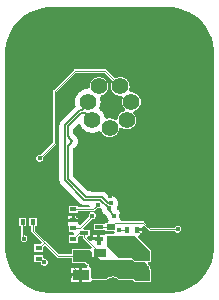
<source format=gbl>
G04*
G04 #@! TF.GenerationSoftware,Altium Limited,Altium Designer,22.7.1 (60)*
G04*
G04 Layer_Physical_Order=2*
G04 Layer_Color=16711680*
%FSLAX44Y44*%
%MOMM*%
G71*
G04*
G04 #@! TF.SameCoordinates,97EA9571-4948-4CBB-981D-70F8AE3DB673*
G04*
G04*
G04 #@! TF.FilePolarity,Positive*
G04*
G01*
G75*
%ADD12R,0.5500X0.4500*%
%ADD28C,0.1016*%
%ADD29C,0.1500*%
%ADD30C,0.2000*%
G04:AMPARAMS|DCode=31|XSize=5mm|YSize=2mm|CornerRadius=0.5mm|HoleSize=0mm|Usage=FLASHONLY|Rotation=270.000|XOffset=0mm|YOffset=0mm|HoleType=Round|Shape=RoundedRectangle|*
%AMROUNDEDRECTD31*
21,1,5.0000,1.0000,0,0,270.0*
21,1,4.0000,2.0000,0,0,270.0*
1,1,1.0000,-0.5000,-2.0000*
1,1,1.0000,-0.5000,2.0000*
1,1,1.0000,0.5000,2.0000*
1,1,1.0000,0.5000,-2.0000*
%
%ADD31ROUNDEDRECTD31*%
G04:AMPARAMS|DCode=32|XSize=4mm|YSize=2mm|CornerRadius=0.5mm|HoleSize=0mm|Usage=FLASHONLY|Rotation=0.000|XOffset=0mm|YOffset=0mm|HoleType=Round|Shape=RoundedRectangle|*
%AMROUNDEDRECTD32*
21,1,4.0000,1.0000,0,0,0.0*
21,1,3.0000,2.0000,0,0,0.0*
1,1,1.0000,1.5000,-0.5000*
1,1,1.0000,-1.5000,-0.5000*
1,1,1.0000,-1.5000,0.5000*
1,1,1.0000,1.5000,0.5000*
%
%ADD32ROUNDEDRECTD32*%
%ADD33C,1.4000*%
%ADD34O,1.1000X1.9000*%
%ADD35O,1.1000X2.4000*%
%ADD36C,0.4060*%
%ADD37R,0.4500X0.5500*%
%ADD38R,0.6500X0.5500*%
%ADD39R,0.7100X0.3000*%
%ADD40R,1.3000X0.8500*%
%ADD41R,1.3500X0.9500*%
%ADD42R,1.0600X0.6500*%
G36*
X50000Y83377D02*
X50001Y83377D01*
X50003Y83377D01*
X52512Y83381D01*
X57499Y82725D01*
X62359Y81422D01*
X67007Y79497D01*
X71364Y76981D01*
X75356Y73918D01*
X78914Y70361D01*
X81977Y66369D01*
X84492Y62012D01*
X86418Y57364D01*
X87720Y52504D01*
X88377Y47516D01*
Y45000D01*
Y-119995D01*
X88377Y-119997D01*
X88377Y-119998D01*
X88381Y-122512D01*
X87725Y-127499D01*
X86422Y-132359D01*
X84497Y-137007D01*
X81981Y-141364D01*
X78918Y-145356D01*
X75361Y-148914D01*
X71369Y-151977D01*
X67012Y-154492D01*
X62364Y-156418D01*
X57504Y-157720D01*
X52516Y-158377D01*
X-52516D01*
X-57504Y-157720D01*
X-62364Y-156418D01*
X-67012Y-154492D01*
X-71369Y-151977D01*
X-75361Y-148914D01*
X-78918Y-145356D01*
X-81981Y-141364D01*
X-84497Y-137007D01*
X-86422Y-132359D01*
X-87725Y-127499D01*
X-88381Y-122511D01*
Y-119995D01*
X-88377Y45000D01*
Y47516D01*
X-87720Y52504D01*
X-86418Y57364D01*
X-84492Y62012D01*
X-81977Y66369D01*
X-78914Y70361D01*
X-75356Y73918D01*
X-71364Y76982D01*
X-67007Y79497D01*
X-62359Y81422D01*
X-57499Y82725D01*
X-52511Y83381D01*
X-49995D01*
X50000Y83377D01*
D02*
G37*
%LPC*%
G36*
X-3500Y30904D02*
X-29250D01*
X-29524Y30877D01*
X-29787Y30797D01*
X-30030Y30667D01*
X-30243Y30493D01*
X-47368Y13368D01*
X-47542Y13155D01*
X-47672Y12912D01*
X-47752Y12649D01*
X-47779Y12375D01*
Y-31044D01*
X-58432Y-41697D01*
X-58566Y-41653D01*
X-59020Y-41581D01*
X-59480D01*
X-59934Y-41653D01*
X-60370Y-41795D01*
X-60780Y-42003D01*
X-61152Y-42274D01*
X-61476Y-42598D01*
X-61747Y-42970D01*
X-61955Y-43380D01*
X-62097Y-43816D01*
X-62169Y-44270D01*
Y-44730D01*
X-62097Y-45184D01*
X-61955Y-45620D01*
X-61747Y-46030D01*
X-61476Y-46402D01*
X-61152Y-46726D01*
X-60780Y-46997D01*
X-60370Y-47205D01*
X-59934Y-47347D01*
X-59480Y-47419D01*
X-59020D01*
X-58566Y-47347D01*
X-58130Y-47205D01*
X-57720Y-46997D01*
X-57348Y-46726D01*
X-57024Y-46402D01*
X-56754Y-46030D01*
X-56545Y-45620D01*
X-56403Y-45184D01*
X-56331Y-44730D01*
Y-44270D01*
X-56403Y-43816D01*
X-56447Y-43682D01*
X-45382Y-32618D01*
X-45208Y-32405D01*
X-45078Y-32162D01*
X-44998Y-31899D01*
X-44971Y-31625D01*
Y11794D01*
X-28668Y28096D01*
X-4081D01*
X2725Y21290D01*
X2656Y21205D01*
X2225Y20561D01*
X1860Y19877D01*
X1563Y19161D01*
X1338Y18419D01*
X1187Y17659D01*
X1111Y16888D01*
Y16112D01*
X1187Y15341D01*
X1338Y14581D01*
X1563Y13839D01*
X1860Y13123D01*
X2225Y12439D01*
X2656Y11795D01*
X3148Y11196D01*
X3696Y10648D01*
X4295Y10156D01*
X4939Y9725D01*
X5623Y9360D01*
X6339Y9063D01*
X7081Y8838D01*
X7841Y8687D01*
X8612Y8611D01*
X9388D01*
X10066Y8678D01*
X10319Y8507D01*
X11387Y6929D01*
X11360Y6877D01*
X11063Y6161D01*
X10838Y5419D01*
X10687Y4659D01*
X10611Y3887D01*
Y3112D01*
X10687Y2341D01*
X10838Y1581D01*
X11063Y839D01*
X11360Y123D01*
X11725Y-561D01*
X12156Y-1205D01*
X12648Y-1804D01*
X13076Y-2233D01*
X13092Y-2348D01*
X13066Y-2772D01*
X12679Y-4020D01*
X12495Y-4364D01*
X11839Y-4563D01*
X11123Y-4860D01*
X10439Y-5225D01*
X9795Y-5656D01*
X9196Y-6148D01*
X8648Y-6696D01*
X8156Y-7295D01*
X7725Y-7939D01*
X7360Y-8623D01*
X7063Y-9339D01*
X6838Y-10081D01*
X6687Y-10841D01*
X6651Y-11205D01*
X6579Y-11283D01*
X5570Y-11896D01*
X4611Y-12093D01*
X4061Y-11725D01*
X3377Y-11360D01*
X2661Y-11063D01*
X1919Y-10838D01*
X1159Y-10687D01*
X388Y-10611D01*
X-388D01*
X-1159Y-10687D01*
X-1745Y-10804D01*
X-2012Y-10793D01*
X-3183Y-10230D01*
X-3571Y-9963D01*
X-3995Y-9451D01*
X-4088Y-9064D01*
X-4350Y-8256D01*
X-4675Y-7471D01*
X-5061Y-6714D01*
X-5505Y-5990D01*
X-6004Y-5303D01*
X-6556Y-4656D01*
X-7157Y-4056D01*
X-7802Y-3504D01*
X-8490Y-3005D01*
X-9061Y-1786D01*
X-8675Y-1029D01*
X-8350Y-244D01*
X-8088Y564D01*
X-7890Y1390D01*
X-7757Y2228D01*
X-7690Y3075D01*
Y3925D01*
X-7757Y4771D01*
X-7890Y5610D01*
X-8088Y6436D01*
X-8156Y6646D01*
X-8071Y7197D01*
X-7509Y8301D01*
X-7211Y8675D01*
X-6942Y8871D01*
X-6890Y8896D01*
X-6339Y9063D01*
X-5623Y9360D01*
X-4939Y9725D01*
X-4295Y10156D01*
X-3696Y10648D01*
X-3148Y11196D01*
X-2656Y11795D01*
X-2225Y12439D01*
X-1860Y13123D01*
X-1563Y13839D01*
X-1338Y14581D01*
X-1187Y15341D01*
X-1111Y16112D01*
Y16888D01*
X-1187Y17659D01*
X-1338Y18419D01*
X-1563Y19161D01*
X-1860Y19877D01*
X-2225Y20561D01*
X-2656Y21205D01*
X-3148Y21804D01*
X-3696Y22352D01*
X-4295Y22844D01*
X-4939Y23275D01*
X-5623Y23640D01*
X-6339Y23937D01*
X-7081Y24162D01*
X-7841Y24313D01*
X-8612Y24389D01*
X-9388D01*
X-10159Y24313D01*
X-10919Y24162D01*
X-11661Y23937D01*
X-12377Y23640D01*
X-13061Y23275D01*
X-13705Y22844D01*
X-14304Y22352D01*
X-14852Y21804D01*
X-15344Y21205D01*
X-15775Y20561D01*
X-16140Y19877D01*
X-16437Y19161D01*
X-16662Y18419D01*
X-16813Y17659D01*
X-16889Y16888D01*
Y16214D01*
X-16909Y16082D01*
X-17535Y15131D01*
X-17983Y14683D01*
X-18647Y14310D01*
X-18925D01*
X-19771Y14243D01*
X-20610Y14110D01*
X-21437Y13912D01*
X-22244Y13650D01*
X-23029Y13325D01*
X-23786Y12939D01*
X-24510Y12495D01*
X-25198Y11996D01*
X-25844Y11444D01*
X-26444Y10843D01*
X-26996Y10197D01*
X-27495Y9510D01*
X-27939Y8786D01*
X-28325Y8029D01*
X-28650Y7244D01*
X-28912Y6436D01*
X-29110Y5610D01*
X-29243Y4771D01*
X-29310Y3925D01*
Y3075D01*
X-29243Y2228D01*
X-29110Y1390D01*
X-28912Y564D01*
X-28650Y-244D01*
X-28535Y-521D01*
X-41231Y-13218D01*
X-41625Y-13667D01*
X-41958Y-14164D01*
X-42222Y-14700D01*
X-42414Y-15266D01*
X-42531Y-15852D01*
X-42570Y-16449D01*
Y-62785D01*
X-42531Y-63382D01*
X-42414Y-63968D01*
X-42222Y-64534D01*
X-41958Y-65070D01*
X-41625Y-65567D01*
X-41231Y-66017D01*
X-24517Y-82731D01*
X-24067Y-83125D01*
X-23570Y-83457D01*
X-23034Y-83722D01*
X-22468Y-83914D01*
X-21882Y-84031D01*
X-21285Y-84070D01*
X-17510D01*
X-16441Y-86070D01*
X-16459Y-86096D01*
X-27111D01*
Y-84611D01*
X-34389D01*
Y-90889D01*
X-27111D01*
Y-88904D01*
X-17231D01*
X-16581Y-90369D01*
X-16532Y-90904D01*
X-16726Y-91098D01*
X-16997Y-91470D01*
X-17205Y-91880D01*
X-17347Y-92317D01*
X-17419Y-92770D01*
Y-93230D01*
X-17347Y-93684D01*
X-17303Y-93818D01*
X-24767Y-101282D01*
X-26460Y-100146D01*
X-26460Y-98881D01*
Y-98020D01*
X-35040D01*
Y-100540D01*
X-34389Y-102270D01*
Y-106889D01*
X-31240D01*
X-30218Y-108889D01*
X-30740Y-109611D01*
X-34389D01*
Y-115889D01*
X-27111D01*
Y-111341D01*
X-25789Y-109889D01*
X-22754D01*
Y-111400D01*
X-22727Y-111674D01*
X-22647Y-111937D01*
X-22517Y-112180D01*
X-22343Y-112393D01*
X-15266Y-119470D01*
X-15878Y-121388D01*
X-16033Y-121554D01*
X-16611Y-121611D01*
X-16689Y-121611D01*
X-31889D01*
Y-125846D01*
X-43169D01*
X-54632Y-114382D01*
X-63346Y-105668D01*
Y-102139D01*
X-61611D01*
Y-94861D01*
X-67889D01*
Y-102139D01*
X-66154D01*
Y-106250D01*
X-66127Y-106524D01*
X-66047Y-106787D01*
X-65917Y-107030D01*
X-65743Y-107243D01*
X-57235Y-115750D01*
X-58846Y-117361D01*
X-63639D01*
Y-123639D01*
X-56361D01*
Y-119453D01*
X-54518Y-118467D01*
X-44743Y-128243D01*
X-44530Y-128417D01*
X-44287Y-128547D01*
X-44024Y-128627D01*
X-43750Y-128654D01*
X-31889D01*
Y-132889D01*
X-20596D01*
X-18743Y-134743D01*
X-18530Y-134917D01*
X-18450Y-134960D01*
X-18375Y-135165D01*
X-19275Y-136960D01*
X-22980D01*
Y-143250D01*
Y-149540D01*
X-15960D01*
Y-148862D01*
X-14689Y-147389D01*
X-13960Y-147389D01*
X-2311D01*
Y-147343D01*
X-1933Y-146823D01*
X-1754Y-146684D01*
X-311Y-145906D01*
X-230Y-145919D01*
X230D01*
X684Y-145847D01*
X1120Y-145705D01*
X1530Y-145497D01*
X1964Y-145212D01*
X2750Y-145026D01*
X3536Y-145212D01*
X3970Y-145497D01*
X4379Y-145705D01*
X4816Y-145847D01*
X5270Y-145919D01*
X5730D01*
X5869Y-146042D01*
X7311Y-147389D01*
X7311Y-147389D01*
X7311Y-147389D01*
X19689D01*
X20611Y-149007D01*
Y-149389D01*
X35389D01*
Y-139111D01*
X35389D01*
X34419Y-137480D01*
Y-137020D01*
X34347Y-136566D01*
X34205Y-136130D01*
X33997Y-135720D01*
X33726Y-135348D01*
X33402Y-135023D01*
X33030Y-134754D01*
X32771Y-134622D01*
X32683Y-134577D01*
X32624Y-134213D01*
X32645Y-132470D01*
X32753Y-132389D01*
X35389D01*
Y-122111D01*
X34628D01*
X34616Y-122018D01*
X34527Y-121802D01*
X34384Y-121616D01*
X24058Y-111290D01*
X24887Y-109290D01*
X27290D01*
Y-106270D01*
X23500D01*
Y-103730D01*
X27290D01*
Y-102604D01*
X29290Y-101775D01*
X33007Y-105493D01*
X33220Y-105667D01*
X33463Y-105797D01*
X33726Y-105877D01*
X34000Y-105904D01*
X55189D01*
X55253Y-106030D01*
X55524Y-106402D01*
X55848Y-106727D01*
X56220Y-106996D01*
X56630Y-107205D01*
X57066Y-107347D01*
X57520Y-107419D01*
X57980D01*
X58433Y-107347D01*
X58871Y-107205D01*
X59280Y-106996D01*
X59652Y-106727D01*
X59977Y-106402D01*
X60247Y-106030D01*
X60455Y-105620D01*
X60597Y-105183D01*
X60669Y-104730D01*
Y-104270D01*
X60597Y-103816D01*
X60455Y-103379D01*
X60247Y-102970D01*
X59977Y-102598D01*
X59652Y-102274D01*
X59280Y-102003D01*
X58871Y-101795D01*
X58433Y-101653D01*
X57980Y-101581D01*
X57520D01*
X57066Y-101653D01*
X56630Y-101795D01*
X56220Y-102003D01*
X55848Y-102274D01*
X55524Y-102598D01*
X55253Y-102970D01*
X55189Y-103096D01*
X34581D01*
X29493Y-98007D01*
X29280Y-97833D01*
X29037Y-97703D01*
X28774Y-97623D01*
X28500Y-97596D01*
X10067D01*
X9774Y-97348D01*
X9172Y-96259D01*
X8962Y-95596D01*
X9174Y-95157D01*
X9390Y-94538D01*
X9536Y-93899D01*
X9610Y-93247D01*
Y-92591D01*
X9536Y-91939D01*
X9390Y-91300D01*
X9174Y-90681D01*
X8889Y-90090D01*
X8540Y-89534D01*
X8131Y-89021D01*
X7667Y-88558D01*
X7154Y-88149D01*
X6599Y-87800D01*
X6406Y-87528D01*
X6018Y-86211D01*
X6024Y-85412D01*
X6209Y-85118D01*
X6494Y-84527D01*
X6710Y-83908D01*
X6856Y-83269D01*
X6930Y-82617D01*
Y-81961D01*
X6856Y-81309D01*
X6710Y-80670D01*
X6494Y-80050D01*
X6209Y-79460D01*
X5860Y-78904D01*
X5451Y-78391D01*
X4987Y-77927D01*
X4474Y-77519D01*
X3919Y-77169D01*
X3328Y-76885D01*
X2709Y-76668D01*
X2069Y-76522D01*
X1418Y-76449D01*
X762D01*
X110Y-76522D01*
X-530Y-76668D01*
X-571Y-76683D01*
X-3485Y-73769D01*
X-3935Y-73375D01*
X-4432Y-73042D01*
X-4968Y-72778D01*
X-5534Y-72586D01*
X-6120Y-72469D01*
X-6717Y-72430D01*
X-18357D01*
X-30930Y-59857D01*
Y-38750D01*
Y-35993D01*
X-30374Y-35730D01*
X-29820Y-35398D01*
X-29300Y-35012D01*
X-28821Y-34578D01*
X-28387Y-34099D01*
X-28002Y-33580D01*
X-27670Y-33025D01*
X-27393Y-32441D01*
X-27176Y-31832D01*
X-27018Y-31205D01*
X-26924Y-30566D01*
X-26897Y-30033D01*
X-26890Y-29920D01*
X-26897Y-29807D01*
X-26924Y-29274D01*
X-27018Y-28635D01*
X-27176Y-28008D01*
X-27393Y-27399D01*
X-27670Y-26814D01*
X-28002Y-26260D01*
X-28387Y-25741D01*
X-28821Y-25261D01*
X-29300Y-24827D01*
X-29820Y-24442D01*
X-30374Y-24110D01*
X-30930Y-23847D01*
Y-19377D01*
X-26876Y-15323D01*
X-26628Y-15274D01*
X-24650Y-15744D01*
X-24325Y-16529D01*
X-23939Y-17286D01*
X-23495Y-18010D01*
X-22996Y-18698D01*
X-22444Y-19344D01*
X-21844Y-19944D01*
X-21198Y-20496D01*
X-20510Y-20995D01*
X-19786Y-21439D01*
X-19029Y-21825D01*
X-18244Y-22150D01*
X-17436Y-22412D01*
X-16610Y-22610D01*
X-15771Y-22743D01*
X-14925Y-22810D01*
X-14075D01*
X-13228Y-22743D01*
X-12390Y-22610D01*
X-11564Y-22412D01*
X-10756Y-22150D01*
X-9971Y-21825D01*
X-9412Y-21540D01*
X-9058Y-21472D01*
X-8245Y-21644D01*
X-7267Y-22015D01*
X-6905Y-22316D01*
X-6775Y-22561D01*
X-6344Y-23205D01*
X-5852Y-23804D01*
X-5304Y-24352D01*
X-4705Y-24844D01*
X-4061Y-25275D01*
X-3377Y-25640D01*
X-2661Y-25937D01*
X-1919Y-26162D01*
X-1159Y-26313D01*
X-388Y-26389D01*
X388D01*
X1159Y-26313D01*
X1919Y-26162D01*
X2661Y-25937D01*
X3377Y-25640D01*
X4061Y-25275D01*
X4705Y-24844D01*
X5304Y-24352D01*
X5852Y-23804D01*
X6344Y-23205D01*
X6775Y-22561D01*
X7140Y-21877D01*
X7437Y-21161D01*
X7662Y-20419D01*
X7813Y-19659D01*
X7849Y-19295D01*
X7921Y-19217D01*
X8930Y-18604D01*
X9889Y-18407D01*
X10439Y-18775D01*
X11123Y-19140D01*
X11839Y-19437D01*
X12581Y-19662D01*
X13341Y-19813D01*
X14112Y-19889D01*
X14887D01*
X15659Y-19813D01*
X16419Y-19662D01*
X17161Y-19437D01*
X17877Y-19140D01*
X18561Y-18775D01*
X19205Y-18344D01*
X19804Y-17852D01*
X20352Y-17304D01*
X20844Y-16705D01*
X21275Y-16061D01*
X21640Y-15377D01*
X21937Y-14661D01*
X22162Y-13919D01*
X22313Y-13159D01*
X22389Y-12388D01*
Y-11612D01*
X22313Y-10841D01*
X22162Y-10081D01*
X21937Y-9339D01*
X21640Y-8623D01*
X21275Y-7939D01*
X20844Y-7295D01*
X20352Y-6696D01*
X19923Y-6267D01*
X19908Y-6152D01*
X19934Y-5728D01*
X20321Y-4480D01*
X20505Y-4136D01*
X21161Y-3937D01*
X21877Y-3640D01*
X22561Y-3275D01*
X23205Y-2844D01*
X23804Y-2352D01*
X24352Y-1804D01*
X24844Y-1205D01*
X25275Y-561D01*
X25640Y123D01*
X25937Y839D01*
X26162Y1581D01*
X26313Y2341D01*
X26389Y3112D01*
Y3887D01*
X26313Y4659D01*
X26162Y5419D01*
X25937Y6161D01*
X25640Y6877D01*
X25275Y7561D01*
X24844Y8205D01*
X24352Y8804D01*
X23804Y9352D01*
X23205Y9844D01*
X22561Y10275D01*
X21877Y10640D01*
X21161Y10937D01*
X20419Y11162D01*
X19659Y11313D01*
X18887Y11389D01*
X18112D01*
X17434Y11322D01*
X17181Y11493D01*
X16113Y13071D01*
X16140Y13123D01*
X16437Y13839D01*
X16662Y14581D01*
X16813Y15341D01*
X16889Y16112D01*
Y16888D01*
X16813Y17659D01*
X16662Y18419D01*
X16437Y19161D01*
X16140Y19877D01*
X15775Y20561D01*
X15344Y21205D01*
X14852Y21804D01*
X14304Y22352D01*
X13705Y22844D01*
X13061Y23275D01*
X12377Y23640D01*
X11661Y23937D01*
X10919Y24162D01*
X10159Y24313D01*
X9388Y24389D01*
X8612D01*
X7841Y24313D01*
X7081Y24162D01*
X6339Y23937D01*
X5623Y23640D01*
X4939Y23275D01*
X4802Y23183D01*
X-2507Y30493D01*
X-2720Y30667D01*
X-2963Y30797D01*
X-3226Y30877D01*
X-3500Y30904D01*
D02*
G37*
G36*
X-26460Y-92960D02*
X-29480D01*
Y-95480D01*
X-26460D01*
Y-92960D01*
D02*
G37*
G36*
X-32020D02*
X-35040D01*
Y-95480D01*
X-32020D01*
Y-92960D01*
D02*
G37*
G36*
X-70611Y-94861D02*
X-76889D01*
Y-102139D01*
X-75154D01*
Y-111250D01*
X-75151Y-111274D01*
X-75205Y-111379D01*
X-75347Y-111817D01*
X-75419Y-112270D01*
Y-112730D01*
X-75347Y-113183D01*
X-75205Y-113621D01*
X-74997Y-114030D01*
X-74727Y-114402D01*
X-74402Y-114726D01*
X-74030Y-114997D01*
X-73621Y-115205D01*
X-73183Y-115347D01*
X-72730Y-115419D01*
X-72270D01*
X-71817Y-115347D01*
X-71379Y-115205D01*
X-70970Y-114997D01*
X-70598Y-114726D01*
X-70273Y-114402D01*
X-70003Y-114030D01*
X-69795Y-113621D01*
X-69653Y-113183D01*
X-69581Y-112730D01*
Y-112270D01*
X-69653Y-111817D01*
X-69795Y-111379D01*
X-70003Y-110970D01*
X-70273Y-110598D01*
X-70598Y-110274D01*
X-70970Y-110003D01*
X-71379Y-109795D01*
X-71817Y-109653D01*
X-72270Y-109581D01*
X-72346D01*
Y-102139D01*
X-70611D01*
Y-94861D01*
D02*
G37*
G36*
X-56361Y-126361D02*
X-63639D01*
Y-132639D01*
X-58169D01*
Y-132730D01*
X-58097Y-133183D01*
X-57955Y-133621D01*
X-57747Y-134030D01*
X-57477Y-134402D01*
X-57152Y-134726D01*
X-56780Y-134997D01*
X-56371Y-135205D01*
X-55933Y-135347D01*
X-55480Y-135419D01*
X-55020D01*
X-54566Y-135347D01*
X-54130Y-135205D01*
X-53720Y-134997D01*
X-53348Y-134726D01*
X-53024Y-134402D01*
X-52754Y-134030D01*
X-52545Y-133621D01*
X-52403Y-133183D01*
X-52331Y-132730D01*
Y-132270D01*
X-52403Y-131816D01*
X-52545Y-131379D01*
X-52754Y-130970D01*
X-53024Y-130598D01*
X-53348Y-130274D01*
X-53720Y-130003D01*
X-54130Y-129795D01*
X-54566Y-129653D01*
X-55020Y-129581D01*
X-55480D01*
X-56361Y-127748D01*
Y-126361D01*
D02*
G37*
G36*
X-25520Y-136960D02*
X-32540D01*
Y-141980D01*
X-25520D01*
Y-136960D01*
D02*
G37*
G36*
Y-144520D02*
X-32540D01*
Y-149540D01*
X-25520D01*
Y-144520D01*
D02*
G37*
%LPD*%
G36*
X-8281Y-86265D02*
X-8096Y-86370D01*
X-6662Y-87369D01*
X-6611Y-87824D01*
X-6465Y-88464D01*
X-6248Y-89083D01*
X-5964Y-89674D01*
X-5615Y-90229D01*
X-5206Y-90742D01*
X-4742Y-91206D01*
X-4229Y-91615D01*
X-3674Y-91964D01*
X-3625Y-91987D01*
X-2033Y-93579D01*
X-1997Y-93899D01*
X-1851Y-94538D01*
X-1634Y-95157D01*
X-1350Y-95748D01*
X-1001Y-96304D01*
X-592Y-96817D01*
X-547Y-96861D01*
X-1008Y-98416D01*
X-1354Y-98861D01*
X-3139D01*
Y-99078D01*
X-4711Y-100111D01*
X-13589D01*
Y-104889D01*
X-4711D01*
X-3139Y-105922D01*
Y-106139D01*
X4124Y-106139D01*
X4132Y-106145D01*
X4489Y-106861D01*
X3252Y-108861D01*
X-3139Y-108861D01*
X-4891Y-109460D01*
X-7880D01*
Y-112500D01*
X-9150D01*
Y-113770D01*
X-14418D01*
X-16240Y-114525D01*
X-18876Y-111889D01*
X-18047Y-109889D01*
X-16911D01*
Y-105111D01*
X-21797D01*
X-22626Y-103111D01*
X-15318Y-95803D01*
X-15184Y-95847D01*
X-14730Y-95919D01*
X-14270D01*
X-13816Y-95847D01*
X-13379Y-95705D01*
X-12970Y-95497D01*
X-12598Y-95226D01*
X-12273Y-94902D01*
X-12004Y-94530D01*
X-11795Y-94121D01*
X-11653Y-93684D01*
X-11581Y-93230D01*
Y-92770D01*
X-11653Y-92317D01*
X-11795Y-91880D01*
X-12004Y-91470D01*
X-12273Y-91098D01*
X-12598Y-90773D01*
X-12669Y-90722D01*
X-12862Y-90038D01*
X-12887Y-89721D01*
X-12757Y-88493D01*
X-11068Y-86803D01*
X-10934Y-86847D01*
X-10480Y-86919D01*
X-10020D01*
X-9567Y-86847D01*
X-9129Y-86705D01*
X-8720Y-86497D01*
X-8353Y-86230D01*
X-8281Y-86265D01*
D02*
G37*
G36*
X-14739Y-123826D02*
X-14689Y-123888D01*
Y-128389D01*
X-9861D01*
X-7750Y-130500D01*
X19732D01*
X20611Y-131379D01*
Y-132389D01*
X30299D01*
X31732Y-133833D01*
X31728Y-134202D01*
X31737Y-134278D01*
X31739Y-134355D01*
X31798Y-134720D01*
X31818Y-134786D01*
X31830Y-134854D01*
X31851Y-134897D01*
X31865Y-134944D01*
X31901Y-135003D01*
X31931Y-135065D01*
X31963Y-135102D01*
X31988Y-135143D01*
X32038Y-135190D01*
X32083Y-135243D01*
X32123Y-135271D01*
X32158Y-135304D01*
X32219Y-135336D01*
X32276Y-135376D01*
X32364Y-135421D01*
X32364Y-135421D01*
X32560Y-135520D01*
X32817Y-135708D01*
X33043Y-135933D01*
X33230Y-136190D01*
X33374Y-136474D01*
X33472Y-136777D01*
X33522Y-137091D01*
Y-137480D01*
X33523Y-137486D01*
X33522Y-137491D01*
X33538Y-137601D01*
X33553Y-137712D01*
X33555Y-137717D01*
X33556Y-137723D01*
X33600Y-137825D01*
X33642Y-137928D01*
X33646Y-137933D01*
X33648Y-137938D01*
X34492Y-139357D01*
Y-148492D01*
X21350D01*
X20468Y-146945D01*
X20466Y-146943D01*
X20466Y-146941D01*
X20397Y-146852D01*
X20327Y-146758D01*
X20324Y-146757D01*
X20323Y-146755D01*
X20233Y-146686D01*
X20142Y-146615D01*
X20139Y-146614D01*
X20137Y-146612D01*
X20030Y-146568D01*
X19926Y-146524D01*
X19923Y-146524D01*
X19921Y-146523D01*
X19805Y-146508D01*
X19694Y-146492D01*
X19692Y-146493D01*
X19689Y-146492D01*
X7664D01*
X6481Y-145387D01*
X6471Y-145380D01*
X6464Y-145372D01*
X6325Y-145248D01*
X6250Y-145198D01*
X6178Y-145142D01*
X6153Y-145132D01*
X6131Y-145117D01*
X6046Y-145087D01*
X5962Y-145053D01*
X5935Y-145049D01*
X5910Y-145041D01*
X5820Y-145034D01*
X5730Y-145022D01*
X5341D01*
X5027Y-144972D01*
X4724Y-144874D01*
X4421Y-144720D01*
X4028Y-144462D01*
X3993Y-144445D01*
X3961Y-144422D01*
X3888Y-144394D01*
X3817Y-144360D01*
X3779Y-144353D01*
X3742Y-144339D01*
X2957Y-144153D01*
X2866Y-144144D01*
X2776Y-144129D01*
X2750Y-144132D01*
X2724Y-144129D01*
X2634Y-144144D01*
X2543Y-144153D01*
X1758Y-144339D01*
X1721Y-144353D01*
X1683Y-144360D01*
X1612Y-144394D01*
X1539Y-144422D01*
X1507Y-144445D01*
X1472Y-144462D01*
X1079Y-144720D01*
X776Y-144874D01*
X474Y-144972D01*
X159Y-145022D01*
X-159D01*
X-171Y-145021D01*
X-228Y-145019D01*
X-284Y-145010D01*
X-344Y-145016D01*
X-405Y-145014D01*
X-460Y-145028D01*
X-517Y-145034D01*
X-574Y-145055D01*
X-632Y-145069D01*
X-683Y-145096D01*
X-736Y-145117D01*
X-2180Y-145894D01*
X-2241Y-145938D01*
X-2306Y-145977D01*
X-2485Y-146116D01*
X-2490Y-146122D01*
X-2497Y-146126D01*
X-2573Y-146206D01*
X-2649Y-146283D01*
X-2653Y-146290D01*
X-2658Y-146296D01*
X-2801Y-146492D01*
X-13758D01*
X-15500Y-144750D01*
Y-138000D01*
X-17693Y-135807D01*
X-17573Y-135567D01*
X-17568Y-135553D01*
X-17561Y-135541D01*
X-17561Y-135541D01*
X-17530Y-135443D01*
X-17496Y-135345D01*
X-17495Y-135331D01*
X-17491Y-135317D01*
X-17487Y-135214D01*
X-17479Y-135112D01*
X-17482Y-135098D01*
X-17481Y-135084D01*
X-17504Y-134983D01*
X-17523Y-134882D01*
X-17530Y-134869D01*
X-17533Y-134855D01*
X-17608Y-134651D01*
X-17651Y-134570D01*
X-17688Y-134487D01*
X-17705Y-134466D01*
X-17717Y-134443D01*
X-17779Y-134376D01*
X-17837Y-134305D01*
X-17858Y-134290D01*
X-17875Y-134271D01*
X-17876Y-134271D01*
X-17953Y-134222D01*
X-18027Y-134169D01*
X-18027Y-134169D01*
X-18029Y-134168D01*
X-18140Y-134078D01*
X-19962Y-132255D01*
X-20148Y-132113D01*
X-20364Y-132023D01*
X-20596Y-131992D01*
X-30992D01*
Y-128654D01*
X-31023Y-128422D01*
X-31124Y-128148D01*
X-31255Y-127518D01*
Y-126982D01*
X-31124Y-126352D01*
X-31023Y-126078D01*
X-30992Y-125846D01*
Y-122508D01*
X-16689D01*
X-16689Y-122508D01*
X-16689Y-122508D01*
X-16611Y-122508D01*
X-16567Y-122502D01*
X-16524Y-122503D01*
X-16239Y-122476D01*
X-14739Y-123826D01*
D02*
G37*
G36*
X33750Y-122250D02*
Y-131250D01*
X21750D01*
X19250Y-128750D01*
X7750D01*
X-2250Y-118750D01*
Y-114000D01*
X2000Y-110000D01*
X21500D01*
X33750Y-122250D01*
D02*
G37*
%LPC*%
G36*
X-10420Y-109460D02*
X-14240D01*
Y-111230D01*
X-10420D01*
Y-109460D01*
D02*
G37*
%LPD*%
D12*
X-60000Y-129500D02*
D03*
Y-120500D02*
D03*
X-30750Y-103750D02*
D03*
Y-112750D02*
D03*
Y-96750D02*
D03*
Y-87750D02*
D03*
D28*
X-30500Y-87500D02*
X-13750D01*
X-23407Y-92907D02*
X-19905Y-89405D01*
X-10095D01*
X-13750Y-87500D02*
X-10250Y-84000D01*
X-10095Y-89405D02*
X-6500Y-93000D01*
X-30750Y-87750D02*
X-30500Y-87500D01*
X6000Y-133500D02*
X6250Y-133750D01*
X13500D01*
X-1000D02*
X-500Y-133250D01*
X-8500Y-133750D02*
X-1000D01*
X5750Y-143250D02*
X13500D01*
X25250Y-141500D02*
X27000Y-143250D01*
X25250Y-141500D02*
Y-137500D01*
X28000Y-144250D02*
X31500Y-140750D01*
Y-137250D01*
X5500Y-143000D02*
X5750Y-143250D01*
X-8500D02*
X-250D01*
X0Y-143000D01*
X-59250Y-44500D02*
X-46375Y-31625D01*
X-3500Y29500D02*
X9000Y17000D01*
Y16500D02*
Y17000D01*
X-29250Y29500D02*
X-3500D01*
X-46375Y12375D02*
X-29250Y29500D01*
X-46375Y-31625D02*
Y12375D01*
X-73750Y-111250D02*
Y-98500D01*
Y-111250D02*
X-72500Y-112500D01*
X34000Y-104500D02*
X57750D01*
X-30750Y-96750D02*
X-26750Y-92750D01*
X-26764Y-92907D02*
X-23407D01*
X16500Y-94500D02*
X30000Y-81000D01*
X10750Y-94500D02*
X16500D01*
X9250Y-93000D02*
X10750Y-94500D01*
X-33500Y-136000D02*
X-31500D01*
X-24250Y-143250D01*
X-32000D02*
X-24250D01*
X-33250Y-144500D02*
X-32000Y-143250D01*
X-25250Y-103750D02*
X-14500Y-93000D01*
X-30750Y-103750D02*
X-25250D01*
X-30750Y-112750D02*
X-25500Y-107500D01*
X-21350D01*
X2750Y-112500D02*
X7750Y-117500D01*
X1000Y-112500D02*
X2750D01*
X-64750Y-106250D02*
X-55625Y-115375D01*
X-43750Y-127250D01*
X-55625Y-116125D02*
Y-115375D01*
X-60000Y-120500D02*
X-55625Y-116125D01*
X-58250Y-129500D02*
X-55250Y-132500D01*
X-60000Y-129500D02*
X-58250D01*
X23500Y-105000D02*
X27500Y-109000D01*
X-26750Y-92893D02*
Y-92750D01*
X-26764Y-92907D02*
X-26750Y-92893D01*
X-9150Y-116350D02*
Y-112500D01*
X-21350Y-111400D02*
X-8500Y-124250D01*
X-21350Y-111400D02*
Y-107500D01*
X28500Y-99000D02*
X34000Y-104500D01*
X4500Y-99000D02*
X28500D01*
X1000Y-102500D02*
X4500Y-99000D01*
X-9150Y-102500D02*
X1000D01*
X8000Y-105250D02*
X14250D01*
X14500Y-105000D01*
X-64750Y-106250D02*
Y-98500D01*
X-43750Y-127250D02*
X-24250D01*
X13500Y-143250D02*
X27000D01*
X28000Y-144250D01*
X13500Y-143250D02*
Y-133750D01*
X-8500Y-143250D02*
Y-133750D01*
X-24250Y-127250D02*
X-17750Y-133750D01*
X-8500D01*
D29*
X-35500Y-25880D02*
X-33480Y-27900D01*
X-31460Y-29920D02*
X-33480Y-27900D01*
Y-31940D02*
X-31460Y-29920D01*
X-33480Y-31940D02*
X-35500Y-33960D01*
Y-25880D02*
Y-21500D01*
X-33480Y-27900D02*
X-33480D01*
X-31460Y-29920D02*
Y-29920D01*
X-33480Y-31940D02*
X-33480D01*
X-35500Y-38750D02*
Y-33960D01*
Y-21500D02*
Y-20000D01*
Y-61750D02*
Y-38750D01*
Y-20000D02*
Y-17484D01*
X-38000Y-16449D02*
X-25280Y-3729D01*
X-35500Y-17484D02*
X-24245Y-6229D01*
X-844Y-86844D02*
Y-86408D01*
X-7752Y-79500D02*
X-844Y-86408D01*
Y-88305D02*
Y-86844D01*
Y-88305D02*
X3770Y-92919D01*
X-18500Y881D02*
Y3500D01*
X-23110Y-3729D02*
X-18500Y881D01*
X-25280Y-3729D02*
X-23110D01*
X-38000Y-62785D02*
X-21285Y-79500D01*
X-7752D01*
X822Y-82021D02*
X1090Y-82289D01*
X-6717Y-77000D02*
X-1696Y-82021D01*
X-14767Y-12000D02*
X-14500D01*
X-1696Y-82021D02*
X822D01*
X-20538Y-6229D02*
X-14767Y-12000D01*
X-24245Y-6229D02*
X-20538D01*
X-35500Y-61750D02*
X-20250Y-77000D01*
X-6717D01*
X-38000Y-62785D02*
Y-16449D01*
D30*
X13500Y-124250D02*
X16500Y-127250D01*
X28000D01*
X7750Y-118500D02*
Y-117500D01*
Y-118500D02*
X13500Y-124250D01*
D31*
X-62500Y0D02*
D03*
X62500D02*
D03*
D32*
X0Y-62500D02*
D03*
Y62500D02*
D03*
D33*
X18500Y3500D02*
D03*
X14500Y-12000D02*
D03*
X0Y0D02*
D03*
Y-18500D02*
D03*
X-14500Y-12000D02*
D03*
X-18500Y3500D02*
D03*
X-9000Y16500D02*
D03*
X9000D02*
D03*
D34*
X-43200Y-90600D02*
D03*
X43200D02*
D03*
D35*
X-43200Y-144200D02*
D03*
X43200D02*
D03*
D36*
X-10250Y-84000D02*
D03*
X6000Y-133500D02*
D03*
X-500Y-133250D02*
D03*
X25250Y-137500D02*
D03*
X31500Y-137250D02*
D03*
X5500Y-143000D02*
D03*
X0D02*
D03*
X27250Y13000D02*
D03*
X-844Y-86844D02*
D03*
X3770Y-92919D02*
D03*
X1090Y-82289D02*
D03*
X-35000Y-82250D02*
D03*
X-72500Y-112500D02*
D03*
X58750Y-44500D02*
D03*
X57750Y-104500D02*
D03*
X-33500Y-136000D02*
D03*
X-33250Y-144500D02*
D03*
X-69000Y-120000D02*
D03*
X18250Y-117250D02*
D03*
X13000D02*
D03*
X-55250Y-132500D02*
D03*
X-59250Y-44500D02*
D03*
X250Y-76500D02*
D03*
X-6500Y-93000D02*
D03*
X9250D02*
D03*
X27500Y-109000D02*
D03*
X30202Y-105548D02*
D03*
X-38250Y-102500D02*
D03*
X-26764Y-92907D02*
D03*
X-9150Y-116350D02*
D03*
X8000Y-105250D02*
D03*
X30000Y-81000D02*
D03*
X-14500Y-93000D02*
D03*
X7750Y-117500D02*
D03*
D37*
X-64750Y-98500D02*
D03*
X-73750D02*
D03*
X14500Y-105000D02*
D03*
X23500D02*
D03*
D38*
X1000Y-112500D02*
D03*
Y-102500D02*
D03*
D39*
X-9150D02*
D03*
Y-112500D02*
D03*
X-21350Y-107500D02*
D03*
D40*
X28000Y-144250D02*
D03*
Y-127250D02*
D03*
D41*
X-24250Y-127250D02*
D03*
Y-143250D02*
D03*
D42*
X13500Y-143250D02*
D03*
Y-133750D02*
D03*
Y-124250D02*
D03*
X-8500D02*
D03*
Y-133750D02*
D03*
Y-143250D02*
D03*
M02*

</source>
